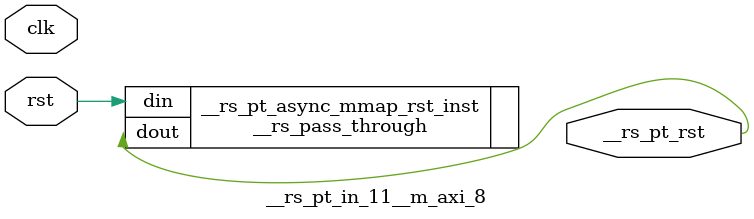
<source format=v>
`timescale 1 ns / 1 ps
/**   Generated by RapidStream   **/
module __rs_pt_in_11__m_axi_8 #(
    parameter BufferSize         = 32,
    parameter BufferSizeLog      = 5,
    parameter AddrWidth          = 64,
    parameter AxiSideAddrWidth   = 64,
    parameter DataWidth          = 512,
    parameter DataWidthBytesLog  = 6,
    parameter WaitTimeWidth      = 4,
    parameter BurstLenWidth      = 8,
    parameter EnableReadChannel  = 1,
    parameter EnableWriteChannel = 1,
    parameter MaxWaitTime        = 3,
    parameter MaxBurstLen        = 15
) (
    output wire __rs_pt_rst,
    input wire  clk,
    input wire  rst
);




__rs_pass_through #(
    .WIDTH (1)
) __rs_pt_async_mmap_rst_inst /**   Generated by RapidStream   **/ (
    .din  (rst),
    .dout (__rs_pt_rst)
);

endmodule  // __rs_pt_in_11__m_axi_8
</source>
